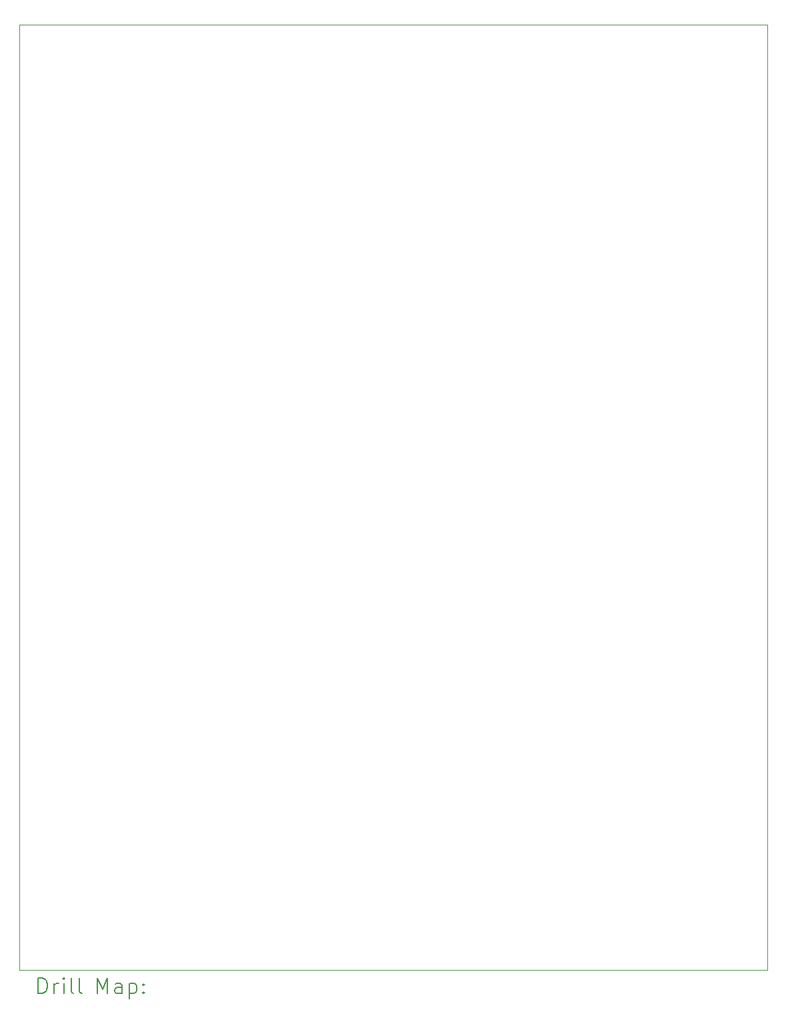
<source format=gbr>
%TF.GenerationSoftware,KiCad,Pcbnew,(7.0.0)*%
%TF.CreationDate,2023-03-18T14:29:44-05:00*%
%TF.ProjectId,SlopesMain,536c6f70-6573-44d6-9169-6e2e6b696361,rev?*%
%TF.SameCoordinates,Original*%
%TF.FileFunction,Drillmap*%
%TF.FilePolarity,Positive*%
%FSLAX45Y45*%
G04 Gerber Fmt 4.5, Leading zero omitted, Abs format (unit mm)*
G04 Created by KiCad (PCBNEW (7.0.0)) date 2023-03-18 14:29:44*
%MOMM*%
%LPD*%
G01*
G04 APERTURE LIST*
%ADD10C,0.100000*%
%ADD11C,0.200000*%
G04 APERTURE END LIST*
D10*
X30250000Y-2000000D02*
X39750000Y-2000000D01*
X39750000Y-2000000D02*
X39750000Y-14000000D01*
X39750000Y-14000000D02*
X30250000Y-14000000D01*
X30250000Y-14000000D02*
X30250000Y-2000000D01*
D11*
X30492619Y-14298476D02*
X30492619Y-14098476D01*
X30492619Y-14098476D02*
X30540238Y-14098476D01*
X30540238Y-14098476D02*
X30568809Y-14108000D01*
X30568809Y-14108000D02*
X30587857Y-14127048D01*
X30587857Y-14127048D02*
X30597381Y-14146095D01*
X30597381Y-14146095D02*
X30606905Y-14184190D01*
X30606905Y-14184190D02*
X30606905Y-14212762D01*
X30606905Y-14212762D02*
X30597381Y-14250857D01*
X30597381Y-14250857D02*
X30587857Y-14269905D01*
X30587857Y-14269905D02*
X30568809Y-14288952D01*
X30568809Y-14288952D02*
X30540238Y-14298476D01*
X30540238Y-14298476D02*
X30492619Y-14298476D01*
X30692619Y-14298476D02*
X30692619Y-14165143D01*
X30692619Y-14203238D02*
X30702143Y-14184190D01*
X30702143Y-14184190D02*
X30711667Y-14174667D01*
X30711667Y-14174667D02*
X30730714Y-14165143D01*
X30730714Y-14165143D02*
X30749762Y-14165143D01*
X30816428Y-14298476D02*
X30816428Y-14165143D01*
X30816428Y-14098476D02*
X30806905Y-14108000D01*
X30806905Y-14108000D02*
X30816428Y-14117524D01*
X30816428Y-14117524D02*
X30825952Y-14108000D01*
X30825952Y-14108000D02*
X30816428Y-14098476D01*
X30816428Y-14098476D02*
X30816428Y-14117524D01*
X30940238Y-14298476D02*
X30921190Y-14288952D01*
X30921190Y-14288952D02*
X30911667Y-14269905D01*
X30911667Y-14269905D02*
X30911667Y-14098476D01*
X31045000Y-14298476D02*
X31025952Y-14288952D01*
X31025952Y-14288952D02*
X31016428Y-14269905D01*
X31016428Y-14269905D02*
X31016428Y-14098476D01*
X31241190Y-14298476D02*
X31241190Y-14098476D01*
X31241190Y-14098476D02*
X31307857Y-14241333D01*
X31307857Y-14241333D02*
X31374524Y-14098476D01*
X31374524Y-14098476D02*
X31374524Y-14298476D01*
X31555476Y-14298476D02*
X31555476Y-14193714D01*
X31555476Y-14193714D02*
X31545952Y-14174667D01*
X31545952Y-14174667D02*
X31526905Y-14165143D01*
X31526905Y-14165143D02*
X31488809Y-14165143D01*
X31488809Y-14165143D02*
X31469762Y-14174667D01*
X31555476Y-14288952D02*
X31536428Y-14298476D01*
X31536428Y-14298476D02*
X31488809Y-14298476D01*
X31488809Y-14298476D02*
X31469762Y-14288952D01*
X31469762Y-14288952D02*
X31460238Y-14269905D01*
X31460238Y-14269905D02*
X31460238Y-14250857D01*
X31460238Y-14250857D02*
X31469762Y-14231809D01*
X31469762Y-14231809D02*
X31488809Y-14222286D01*
X31488809Y-14222286D02*
X31536428Y-14222286D01*
X31536428Y-14222286D02*
X31555476Y-14212762D01*
X31650714Y-14165143D02*
X31650714Y-14365143D01*
X31650714Y-14174667D02*
X31669762Y-14165143D01*
X31669762Y-14165143D02*
X31707857Y-14165143D01*
X31707857Y-14165143D02*
X31726905Y-14174667D01*
X31726905Y-14174667D02*
X31736428Y-14184190D01*
X31736428Y-14184190D02*
X31745952Y-14203238D01*
X31745952Y-14203238D02*
X31745952Y-14260381D01*
X31745952Y-14260381D02*
X31736428Y-14279428D01*
X31736428Y-14279428D02*
X31726905Y-14288952D01*
X31726905Y-14288952D02*
X31707857Y-14298476D01*
X31707857Y-14298476D02*
X31669762Y-14298476D01*
X31669762Y-14298476D02*
X31650714Y-14288952D01*
X31831667Y-14279428D02*
X31841190Y-14288952D01*
X31841190Y-14288952D02*
X31831667Y-14298476D01*
X31831667Y-14298476D02*
X31822143Y-14288952D01*
X31822143Y-14288952D02*
X31831667Y-14279428D01*
X31831667Y-14279428D02*
X31831667Y-14298476D01*
X31831667Y-14174667D02*
X31841190Y-14184190D01*
X31841190Y-14184190D02*
X31831667Y-14193714D01*
X31831667Y-14193714D02*
X31822143Y-14184190D01*
X31822143Y-14184190D02*
X31831667Y-14174667D01*
X31831667Y-14174667D02*
X31831667Y-14193714D01*
M02*

</source>
